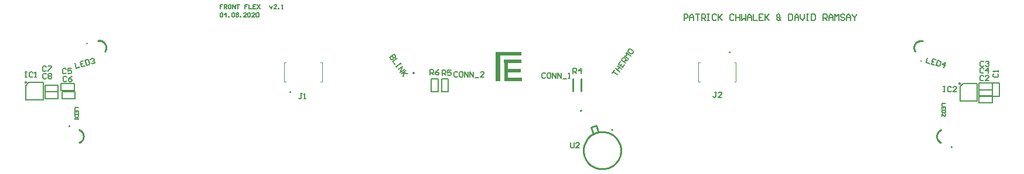
<source format=gto>
%FSTAX23Y23*%
%MOIN*%
%SFA1B1*%

%IPPOS*%
%ADD10C,0.007870*%
%ADD11C,0.010000*%
%ADD12C,0.003940*%
%ADD13C,0.006000*%
%ADD14C,0.008000*%
%ADD15R,0.097440X0.021290*%
%ADD16R,0.099030X0.023540*%
%ADD17R,0.101210X0.021200*%
%ADD18R,0.023890X0.123980*%
%ADD19R,0.149040X0.021200*%
%ADD20R,0.026390X0.166770*%
%LNfront_flex-1*%
%LPD*%
G36*
X-00034Y00685D02*
D01*
G37*
G54D10*
X-02752Y00678D02*
D01*
X-02752Y00678*
X-02752Y00678*
X-02752Y00679*
X-02752Y00679*
X-02752Y00679*
X-02752Y00679*
X-02752Y0068*
X-02752Y0068*
X-02753Y0068*
X-02753Y0068*
X-02753Y0068*
X-02753Y00681*
X-02753Y00681*
X-02754Y00681*
X-02754Y00681*
X-02754Y00681*
X-02754Y00681*
X-02755Y00682*
X-02755Y00682*
X-02755Y00682*
X-02755Y00682*
X-02756Y00682*
X-02756*
X-02756Y00682*
X-02756Y00682*
X-02757Y00682*
X-02757Y00682*
X-02757Y00681*
X-02758Y00681*
X-02758Y00681*
X-02758Y00681*
X-02758Y00681*
X-02758Y00681*
X-02759Y0068*
X-02759Y0068*
X-02759Y0068*
X-02759Y0068*
X-02759Y0068*
X-02759Y00679*
X-02759Y00679*
X-0276Y00679*
X-0276Y00679*
X-0276Y00678*
X-0276Y00678*
X-0276Y00678*
X-0276Y00677*
X-0276Y00677*
X-0276Y00677*
X-0276Y00677*
X-02759Y00676*
X-02759Y00676*
X-02759Y00676*
X-02759Y00676*
X-02759Y00675*
X-02759Y00675*
X-02759Y00675*
X-02758Y00675*
X-02758Y00675*
X-02758Y00674*
X-02758Y00674*
X-02758Y00674*
X-02757Y00674*
X-02757Y00674*
X-02757Y00674*
X-02756Y00674*
X-02756Y00674*
X-02756Y00674*
X-02756*
X-02755Y00674*
X-02755Y00674*
X-02755Y00674*
X-02755Y00674*
X-02754Y00674*
X-02754Y00674*
X-02754Y00674*
X-02754Y00674*
X-02753Y00675*
X-02753Y00675*
X-02753Y00675*
X-02753Y00675*
X-02753Y00675*
X-02752Y00676*
X-02752Y00676*
X-02752Y00676*
X-02752Y00676*
X-02752Y00677*
X-02752Y00677*
X-02752Y00677*
X-02752Y00677*
X-02752Y00678*
X02563Y00672D02*
D01*
X02563Y00673*
X02563Y00673*
X02563Y00673*
X02562Y00673*
X02562Y00674*
X02562Y00674*
X02562Y00674*
X02562Y00674*
X02562Y00675*
X02562Y00675*
X02562Y00675*
X02561Y00675*
X02561Y00675*
X02561Y00676*
X02561Y00676*
X0256Y00676*
X0256Y00676*
X0256Y00676*
X0256Y00676*
X02559Y00676*
X02559Y00676*
X02559Y00676*
X02559*
X02558Y00676*
X02558Y00676*
X02558Y00676*
X02557Y00676*
X02557Y00676*
X02557Y00676*
X02557Y00676*
X02556Y00676*
X02556Y00675*
X02556Y00675*
X02556Y00675*
X02556Y00675*
X02555Y00675*
X02555Y00674*
X02555Y00674*
X02555Y00674*
X02555Y00674*
X02555Y00673*
X02555Y00673*
X02555Y00673*
X02555Y00673*
X02555Y00672*
X02555Y00672*
X02555Y00672*
X02555Y00671*
X02555Y00671*
X02555Y00671*
X02555Y00671*
X02555Y0067*
X02555Y0067*
X02555Y0067*
X02556Y0067*
X02556Y0067*
X02556Y00669*
X02556Y00669*
X02556Y00669*
X02557Y00669*
X02557Y00669*
X02557Y00669*
X02557Y00668*
X02558Y00668*
X02558Y00668*
X02558Y00668*
X02559Y00668*
X02559*
X02559Y00668*
X02559Y00668*
X0256Y00668*
X0256Y00668*
X0256Y00669*
X0256Y00669*
X02561Y00669*
X02561Y00669*
X02561Y00669*
X02561Y00669*
X02562Y0067*
X02562Y0067*
X02562Y0067*
X02562Y0067*
X02562Y0067*
X02562Y00671*
X02562Y00671*
X02562Y00671*
X02563Y00671*
X02563Y00672*
X02563Y00672*
X02563Y00672*
X01252Y00852D02*
D01*
X01252Y00852*
X01252Y00852*
X01252Y00852*
X01252Y00852*
X01252Y00852*
X01252Y00852*
X01252Y00853*
X01252Y00853*
X01252Y00853*
X01252Y00853*
X01252Y00853*
X01252Y00853*
X01252Y00853*
X01251Y00853*
X01251Y00853*
X01251Y00853*
X01251Y00853*
X01251Y00854*
X01251Y00854*
X01251Y00854*
X01251Y00854*
X0125Y00854*
X0125*
X0125Y00854*
X0125Y00854*
X0125Y00854*
X0125Y00854*
X0125Y00853*
X0125Y00853*
X01249Y00853*
X01249Y00853*
X01249Y00853*
X01249Y00853*
X01249Y00853*
X01249Y00853*
X01249Y00853*
X01249Y00853*
X01249Y00853*
X01249Y00852*
X01249Y00852*
X01248Y00852*
X01248Y00852*
X01248Y00852*
X01248Y00852*
X01248Y00852*
D01*
X01248Y00851*
X01248Y00851*
X01248Y00851*
X01248Y00851*
X01249Y00851*
X01249Y00851*
X01249Y00851*
X01249Y00851*
X01249Y0085*
X01249Y0085*
X01249Y0085*
X01249Y0085*
X01249Y0085*
X01249Y0085*
X01249Y0085*
X0125Y0085*
X0125Y0085*
X0125Y0085*
X0125Y0085*
X0125Y0085*
X0125Y0085*
X0125Y0085*
X0125*
X01251Y0085*
X01251Y0085*
X01251Y0085*
X01251Y0085*
X01251Y0085*
X01251Y0085*
X01251Y0085*
X01251Y0085*
X01252Y0085*
X01252Y0085*
X01252Y0085*
X01252Y0085*
X01252Y0085*
X01252Y00851*
X01252Y00851*
X01252Y00851*
X01252Y00851*
X01252Y00851*
X01252Y00851*
X01252Y00851*
X01252Y00851*
X01252Y00852*
D01*
X01252Y00852*
X01252Y00852*
X01252Y00852*
X01252Y00852*
X01252Y00852*
X01252Y00852*
X01252Y00853*
X01252Y00853*
X01252Y00853*
X01252Y00853*
X01252Y00853*
X01252Y00853*
X01252Y00853*
X01251Y00853*
X01251Y00853*
X01251Y00853*
X01251Y00853*
X01251Y00854*
X01251Y00854*
X01251Y00854*
X01251Y00854*
X0125Y00854*
X0125*
X0125Y00854*
X0125Y00854*
X0125Y00854*
X0125Y00854*
X0125Y00853*
X0125Y00853*
X01249Y00853*
X01249Y00853*
X01249Y00853*
X01249Y00853*
X01249Y00853*
X01249Y00853*
X01249Y00853*
X01249Y00853*
X01249Y00853*
X01249Y00852*
X01249Y00852*
X01248Y00852*
X01248Y00852*
X01248Y00852*
X01248Y00852*
X01248Y00852*
X-01252Y00623D02*
D01*
X-01252Y00623*
X-01252Y00623*
X-01252Y00623*
X-01252Y00623*
X-01252Y00623*
X-01252Y00622*
X-01252Y00622*
X-01252Y00622*
X-01252Y00622*
X-01252Y00622*
X-01252Y00622*
X-01252Y00622*
X-01252Y00622*
X-01251Y00622*
X-01251Y00622*
X-01251Y00622*
X-01251Y00621*
X-01251Y00621*
X-01251Y00621*
X-01251Y00621*
X-01251Y00621*
X-0125Y00621*
X-0125*
X-0125Y00621*
X-0125Y00621*
X-0125Y00621*
X-0125Y00621*
X-0125Y00621*
X-0125Y00622*
X-01249Y00622*
X-01249Y00622*
X-01249Y00622*
X-01249Y00622*
X-01249Y00622*
X-01249Y00622*
X-01249Y00622*
X-01249Y00622*
X-01249Y00622*
X-01249Y00622*
X-01249Y00623*
X-01248Y00623*
X-01248Y00623*
X-01248Y00623*
X-01248Y00623*
X-01248Y00623*
D01*
X-01248Y00623*
X-01248Y00624*
X-01248Y00624*
X-01248Y00624*
X-01249Y00624*
X-01249Y00624*
X-01249Y00624*
X-01249Y00624*
X-01249Y00624*
X-01249Y00625*
X-01249Y00625*
X-01249Y00625*
X-01249Y00625*
X-01249Y00625*
X-01249Y00625*
X-0125Y00625*
X-0125Y00625*
X-0125Y00625*
X-0125Y00625*
X-0125Y00625*
X-0125Y00625*
X-0125Y00625*
X-0125*
X-01251Y00625*
X-01251Y00625*
X-01251Y00625*
X-01251Y00625*
X-01251Y00625*
X-01251Y00625*
X-01251Y00625*
X-01251Y00625*
X-01252Y00625*
X-01252Y00625*
X-01252Y00625*
X-01252Y00625*
X-01252Y00624*
X-01252Y00624*
X-01252Y00624*
X-01252Y00624*
X-01252Y00624*
X-01252Y00624*
X-01252Y00624*
X-01252Y00624*
X-01252Y00623*
X-01252Y00623*
D01*
X-01252Y00623*
X-01252Y00623*
X-01252Y00623*
X-01252Y00623*
X-01252Y00623*
X-01252Y00622*
X-01252Y00622*
X-01252Y00622*
X-01252Y00622*
X-01252Y00622*
X-01252Y00622*
X-01252Y00622*
X-01252Y00622*
X-01251Y00622*
X-01251Y00622*
X-01251Y00622*
X-01251Y00621*
X-01251Y00621*
X-01251Y00621*
X-01251Y00621*
X-01251Y00621*
X-0125Y00621*
X-0125*
X-0125Y00621*
X-0125Y00621*
X-0125Y00621*
X-0125Y00621*
X-0125Y00621*
X-0125Y00622*
X-01249Y00622*
X-01249Y00622*
X-01249Y00622*
X-01249Y00622*
X-01249Y00622*
X-01249Y00622*
X-01249Y00622*
X-01249Y00622*
X-01249Y00622*
X-01249Y00622*
X-01249Y00623*
X-01248Y00623*
X-01248Y00623*
X-01248Y00623*
X-01248Y00623*
X-01248Y00623*
X-02738Y00678D02*
X-02657D01*
Y00579D02*
Y00678D01*
X-02756Y00579D02*
X-02657D01*
X-02756D02*
Y0066D01*
X-02738Y00678*
X02577Y00672D02*
X02658D01*
Y00573D02*
Y00672D01*
X02559Y00573D02*
X02658D01*
X02559D02*
Y00654D01*
X02577Y00672*
X-01635Y01123D02*
X-01651D01*
Y01111*
X-01643*
X-01651*
Y01099*
X-01627D02*
Y01123D01*
X-01616*
X-01612Y01119*
Y01111*
X-01616Y01107*
X-01627*
X-01619D02*
X-01612Y01099D01*
X-01592Y01123D02*
X-016D01*
X-01604Y01119*
Y01103*
X-016Y01099*
X-01592*
X-01588Y01103*
Y01119*
X-01592Y01123*
X-0158Y01099D02*
Y01123D01*
X-01564Y01099*
Y01123*
X-01556D02*
X-01541D01*
X-01549*
Y01099*
X-01493Y01123D02*
X-01509D01*
Y01111*
X-01501*
X-01509*
Y01099*
X-01486Y01123D02*
Y01099D01*
X-0147*
X-01446Y01123D02*
X-01462D01*
Y01099*
X-01446*
X-01462Y01111D02*
X-01454D01*
X-01438Y01123D02*
X-01423Y01099D01*
Y01123D02*
X-01438Y01099D01*
X-01368Y01115D02*
X-0136Y01099D01*
X-01352Y01115*
X-01328Y01099D02*
X-01344D01*
X-01328Y01115*
Y01119*
X-01332Y01123*
X-0134*
X-01344Y01119*
X-0132Y01099D02*
Y01103D01*
X-01316*
Y01099*
X-0132*
X-01301D02*
X-01293D01*
X-01297*
Y01123*
X-01301Y01119*
X-01651Y01072D02*
X-01647Y01076D01*
X-01639*
X-01635Y01072*
Y01056*
X-01639Y01052*
X-01647*
X-01651Y01056*
Y01072*
X-01616Y01052D02*
Y01076D01*
X-01627Y01064*
X-01612*
X-01604Y01052D02*
Y01056D01*
X-016*
Y01052*
X-01604*
X-01584Y01072D02*
X-0158Y01076D01*
X-01572*
X-01568Y01072*
Y01056*
X-01572Y01052*
X-0158*
X-01584Y01056*
Y01072*
X-0156D02*
X-01556Y01076D01*
X-01549*
X-01545Y01072*
Y01068*
X-01549Y01064*
X-01545Y0106*
Y01056*
X-01549Y01052*
X-01556*
X-0156Y01056*
Y0106*
X-01556Y01064*
X-0156Y01068*
Y01072*
X-01556Y01064D02*
X-01549D01*
X-01537Y01052D02*
Y01056D01*
X-01533*
Y01052*
X-01537*
X-01501D02*
X-01517D01*
X-01501Y01068*
Y01072*
X-01505Y01076*
X-01513*
X-01517Y01072*
X-01493D02*
X-0149Y01076D01*
X-01482*
X-01478Y01072*
Y01056*
X-01482Y01052*
X-0149*
X-01493Y01056*
Y01072*
X-01454Y01052D02*
X-0147D01*
X-01454Y01068*
Y01072*
X-01458Y01076*
X-01466*
X-0147Y01072*
X-01446D02*
X-01442Y01076D01*
X-01434*
X-01431Y01072*
Y01056*
X-01434Y01052*
X-01442*
X-01446Y01056*
Y01072*
X00989Y01033D02*
Y01067D01*
X01005*
X01011Y01061*
Y0105*
X01005Y01044*
X00989*
X01022Y01033D02*
Y01056D01*
X01033Y01067*
X01044Y01056*
Y01033*
Y0105*
X01022*
X01055Y01067D02*
X01078D01*
X01067*
Y01033*
X01089D02*
Y01067D01*
X01106*
X01111Y01061*
Y0105*
X01106Y01044*
X01089*
X011D02*
X01111Y01033D01*
X01122Y01067D02*
X01134D01*
X01128*
Y01033*
X01122*
X01134*
X01173Y01061D02*
X01167Y01067D01*
X01156*
X0115Y01061*
Y01039*
X01156Y01033*
X01167*
X01173Y01039*
X01184Y01067D02*
Y01033D01*
Y01044*
X01206Y01067*
X01189Y0105*
X01206Y01033*
X01273Y01061D02*
X01267Y01067D01*
X01256*
X01251Y01061*
Y01039*
X01256Y01033*
X01267*
X01273Y01039*
X01284Y01067D02*
Y01033D01*
Y0105*
X01306*
Y01067*
Y01033*
X01318Y01067D02*
Y01033D01*
X01329Y01044*
X0134Y01033*
Y01067*
X01351Y01033D02*
Y01056D01*
X01362Y01067*
X01373Y01056*
Y01033*
Y0105*
X01351*
X01384Y01067D02*
Y01033D01*
X01407*
X0144Y01067D02*
X01418D01*
Y01033*
X0144*
X01418Y0105D02*
X01429D01*
X01451Y01067D02*
Y01033D01*
Y01044*
X01474Y01067*
X01457Y0105*
X01474Y01033*
X01541D02*
X01535Y01039D01*
X01529Y01033*
X01524*
X01518Y01039*
Y01044*
X01524Y0105*
X01518Y01056*
Y01061*
X01524Y01067*
X01529*
X01535Y01061*
Y01056*
X01529Y0105*
X01535Y01044*
Y01039*
X01541Y0105D02*
X01535Y01044D01*
X01524Y0105D02*
X01529D01*
X01585Y01067D02*
Y01033D01*
X01602*
X01607Y01039*
Y01061*
X01602Y01067*
X01585*
X01619Y01033D02*
Y01056D01*
X0163Y01067*
X01641Y01056*
Y01033*
Y0105*
X01619*
X01652Y01067D02*
Y01044D01*
X01663Y01033*
X01674Y01044*
Y01067*
X01686D02*
X01697D01*
X01691*
Y01033*
X01686*
X01697*
X01713Y01067D02*
Y01033D01*
X0173*
X01736Y01039*
Y01061*
X0173Y01067*
X01713*
X0178Y01033D02*
Y01067D01*
X01797*
X01803Y01061*
Y0105*
X01797Y01044*
X0178*
X01791D02*
X01803Y01033D01*
X01814D02*
Y01056D01*
X01825Y01067*
X01836Y01056*
Y01033*
Y0105*
X01814*
X01847Y01033D02*
Y01067D01*
X01858Y01056*
X0187Y01067*
Y01033*
X01903Y01061D02*
X01897Y01067D01*
X01886*
X01881Y01061*
Y01056*
X01886Y0105*
X01897*
X01903Y01044*
Y01039*
X01897Y01033*
X01886*
X01881Y01039*
X01914Y01033D02*
Y01056D01*
X01925Y01067*
X01936Y01056*
Y01033*
Y0105*
X01914*
X01948Y01067D02*
Y01061D01*
X01959Y0105*
X0197Y01061*
Y01067*
X01959Y0105D02*
Y01033D01*
G54D11*
X-02509Y00431D02*
D01*
X-02509Y00431*
X-02509Y00431*
X-02509Y00431*
X-02509Y00431*
X-02509Y00431*
X-02509Y00431*
X-02509Y00431*
X-02509Y00431*
X-02509Y00431*
X-02509Y00431*
X-02509Y00431*
X-02509Y00431*
X-02509Y00431*
X-02509Y00431*
X-02509Y00431*
X-02509Y00431*
X-02509Y00431*
X-02509Y00431*
X-02509Y00431*
X-02509Y00431*
X-02509Y00431*
X-02509Y00431*
X-02509*
X-02509Y00431*
X-02509Y00431*
X-02509Y00431*
X-02509Y00431*
X-02509Y00431*
X-02509Y00431*
X-02509Y00431*
X-02509Y00431*
X-02509Y00431*
X-02509Y00431*
X-02509Y00431*
X-02509Y00431*
X-02509Y00431*
X-0251Y00431*
X-0251Y00431*
X-0251Y00431*
X-0251Y00431*
X-0251Y00431*
X-0251Y00431*
X-0251Y00431*
X-0251Y00431*
X-0251Y00431*
X-0251Y00431*
X-0251Y00431*
X-0251Y00431*
X-0251Y00431*
X-0251Y00431*
X-0251Y00431*
X-0251Y00431*
X-0251Y00431*
X-02509Y00431*
X-02509Y0043*
X-02509Y0043*
X-02509Y0043*
X-02509Y0043*
X-02509Y0043*
X-02509Y0043*
X-02509Y0043*
X-02509Y0043*
X-02509Y0043*
X-02509Y0043*
X-02509Y0043*
X-02509Y0043*
X-02509Y0043*
X-02509*
X-02509Y0043*
X-02509Y0043*
X-02509Y0043*
X-02509Y0043*
X-02509Y0043*
X-02509Y0043*
X-02509Y0043*
X-02509Y0043*
X-02509Y0043*
X-02509Y0043*
X-02509Y0043*
X-02509Y0043*
X-02509Y00431*
X-02509Y00431*
X-02509Y00431*
X-02509Y00431*
X-02509Y00431*
X-02509Y00431*
X-02509Y00431*
X-02509Y00431*
X-02509Y00431*
X-02509Y00431*
X-02452Y00334D02*
D01*
X-02449Y00335*
X-02447Y00337*
X-02444Y00338*
X-02442Y0034*
X-0244Y00342*
X-02438Y00344*
X-02436Y00346*
X-02435Y00348*
X-02433Y0035*
X-02432Y00352*
X-02431Y00355*
X-0243Y00357*
X-02429Y0036*
X-02428Y00363*
X-02428Y00365*
X-02427Y00368*
X-02427Y00371*
X-02428Y00374*
X-02428Y00376*
X-02428Y00379*
X-02429Y00382*
X-0243Y00384*
X-02431Y00387*
X-02432Y00389*
X-02434Y00392*
X-02435Y00394*
X-02437Y00396*
X-02439Y00398*
X-02441Y004*
X-02443Y00402*
X-02445Y00403*
X-02447Y00405*
X-0245Y00406*
X-02452Y00407*
X-02305Y00856D02*
D01*
X-02304Y00859*
X-02303Y00861*
X-02302Y00864*
X-02301Y00866*
X-023Y00869*
X-023Y00872*
X-02299Y00875*
X-02299Y00877*
X-02299Y0088*
X-023Y00883*
X-023Y00886*
X-02301Y00888*
X-02302Y00891*
X-02303Y00893*
X-02304Y00896*
X-02305Y00898*
X-02307Y009*
X-02308Y00903*
X-0231Y00905*
X-02312Y00907*
X-02314Y00908*
X-02317Y0091*
X-02319Y00911*
X-02321Y00913*
X-02324Y00914*
X-02326Y00915*
X-02329Y00915*
X-02332Y00916*
X-02334Y00916*
X-02337Y00917*
X-0234Y00917*
X-02343Y00916*
X-02345Y00916*
X-02347Y00916*
X-02408Y00902D02*
D01*
X-02408Y00902*
X-02408Y00902*
X-02408Y00902*
X-02408Y00902*
X-02408Y00902*
X-02408Y00902*
X-02408Y00902*
X-02408Y00902*
X-02408Y00902*
X-02408Y00902*
X-02408Y00902*
X-02408Y00902*
X-02408Y00902*
X-02408Y00902*
X-02408Y00902*
X-02408Y00902*
X-02408Y00902*
X-02408Y00902*
X-02408Y00902*
X-02408Y00902*
X-02408Y00902*
X-02408Y00902*
X-02408*
X-02408Y00902*
X-02408Y00902*
X-02408Y00902*
X-02408Y00902*
X-02408Y00902*
X-02408Y00902*
X-02408Y00902*
X-02408Y00902*
X-02408Y00902*
X-02408Y00902*
X-02408Y00902*
X-02408Y00902*
X-02408Y00902*
X-02408Y00902*
X-02408Y00902*
X-02408Y00902*
X-02408Y00902*
X-02408Y00902*
X-02408Y00902*
X-02408Y00902*
X-02408Y00902*
X-02408Y00902*
X-02408Y00902*
X-02408Y00902*
X-02408Y00902*
X-02408Y00902*
X-02408Y00902*
X-02408Y00901*
X-02408Y00901*
X-02408Y00901*
X-02408Y00901*
X-02408Y00901*
X-02408Y00901*
X-02408Y00901*
X-02408Y00901*
X-02408Y00901*
X-02408Y00901*
X-02408Y00901*
X-02408Y00901*
X-02408Y00901*
X-02408Y00901*
X-02408Y00901*
X-02408Y00901*
X-02408Y00901*
X-02408*
X-02408Y00901*
X-02408Y00901*
X-02408Y00901*
X-02408Y00901*
X-02408Y00901*
X-02408Y00901*
X-02408Y00901*
X-02408Y00901*
X-02408Y00901*
X-02408Y00901*
X-02408Y00901*
X-02408Y00901*
X-02408Y00901*
X-02408Y00901*
X-02408Y00901*
X-02408Y00901*
X-02408Y00902*
X-02408Y00902*
X-02408Y00902*
X-02408Y00902*
X-02408Y00902*
X-02408Y00902*
X0251Y0031D02*
D01*
X0251Y0031*
X0251Y0031*
X0251Y0031*
X0251Y0031*
X0251Y0031*
X0251Y00311*
X0251Y00311*
X0251Y00311*
X0251Y00311*
X02509Y00311*
X02509Y00311*
X02509Y00311*
X02509Y00311*
X02509Y00311*
X02509Y00311*
X02509Y00311*
X02509Y00311*
X02509Y00311*
X02509Y00311*
X02509Y00311*
X02509Y00311*
X02509Y00311*
X02509*
X02509Y00311*
X02509Y00311*
X02509Y00311*
X02509Y00311*
X02509Y00311*
X02509Y00311*
X02509Y00311*
X02509Y00311*
X02509Y00311*
X02509Y00311*
X02509Y00311*
X02509Y00311*
X02509Y00311*
X02509Y00311*
X02509Y00311*
X02509Y00311*
X02509Y0031*
X02509Y0031*
X02509Y0031*
X02509Y0031*
X02509Y0031*
X02509Y0031*
X02509Y0031*
X02509Y0031*
X02509Y0031*
X02509Y0031*
X02509Y0031*
X02509Y0031*
X02509Y0031*
X02509Y0031*
X02509Y0031*
X02509Y0031*
X02509Y0031*
X02509Y0031*
X02509Y0031*
X02509Y0031*
X02509Y0031*
X02509Y0031*
X02509Y0031*
X02509Y0031*
X02509Y0031*
X02509Y0031*
X02509Y0031*
X02509Y0031*
X02509*
X02509Y0031*
X02509Y0031*
X02509Y0031*
X02509Y0031*
X02509Y0031*
X02509Y0031*
X02509Y0031*
X02509Y0031*
X02509Y0031*
X02509Y0031*
X02509Y0031*
X02509Y0031*
X0251Y0031*
X0251Y0031*
X0251Y0031*
X0251Y0031*
X0251Y0031*
X0251Y0031*
X0251Y0031*
X0251Y0031*
X0251Y0031*
X0251Y0031*
X02452Y00407D02*
D01*
X02449Y00406*
X02447Y00404*
X02444Y00403*
X02442Y00401*
X0244Y004*
X02438Y00398*
X02436Y00396*
X02435Y00393*
X02433Y00391*
X02432Y00389*
X02431Y00386*
X0243Y00384*
X02429Y00381*
X02428Y00378*
X02428Y00376*
X02427Y00373*
X02427Y0037*
X02428Y00367*
X02428Y00365*
X02428Y00362*
X02429Y00359*
X0243Y00357*
X02431Y00354*
X02432Y00352*
X02434Y00349*
X02435Y00347*
X02437Y00345*
X02439Y00343*
X02441Y00341*
X02443Y00339*
X02445Y00338*
X02447Y00336*
X0245Y00335*
X02452Y00334*
X02346Y00915D02*
D01*
X02343Y00915*
X0234Y00915*
X02338Y00916*
X02335Y00916*
X02332Y00915*
X02329Y00915*
X02327Y00914*
X02324Y00913*
X02322Y00912*
X02319Y00911*
X02317Y0091*
X02314Y00908*
X02312Y00907*
X0231Y00905*
X02308Y00903*
X02306Y00901*
X02305Y00899*
X02303Y00896*
X02302Y00894*
X02301Y00892*
X023Y00889*
X02299Y00886*
X02298Y00884*
X02298Y00881*
X02298Y00878*
X02298Y00876*
X02298Y00873*
X02298Y0087*
X02299Y00867*
X02299Y00865*
X023Y00862*
X02301Y0086*
X02303Y00857*
X02304Y00855*
X02337Y00803D02*
D01*
X02337Y00803*
X02337Y00803*
X02337Y00803*
X02337Y00803*
X02337Y00803*
X02337Y00803*
X02337Y00803*
X02337Y00803*
X02337Y00803*
X02337Y00803*
X02337Y00803*
X02337Y00803*
X02337Y00803*
X02337Y00803*
X02337Y00803*
X02337Y00803*
X02337Y00803*
X02337Y00803*
X02337Y00803*
X02337Y00803*
X02337Y00803*
X02337Y00803*
X02337*
X02337Y00803*
X02337Y00803*
X02336Y00803*
X02336Y00803*
X02336Y00803*
X02336Y00803*
X02336Y00803*
X02336Y00803*
X02336Y00803*
X02336Y00803*
X02336Y00803*
X02336Y00803*
X02336Y00803*
X02336Y00803*
X02336Y00803*
X02336Y00803*
X02336Y00803*
X02336Y00803*
X02336Y00803*
X02336Y00803*
X02336Y00803*
X02336Y00803*
X02336Y00803*
X02336Y00803*
X02336Y00803*
X02336Y00802*
X02336Y00802*
X02336Y00802*
X02336Y00802*
X02336Y00802*
X02336Y00802*
X02336Y00802*
X02336Y00802*
X02336Y00802*
X02336Y00802*
X02336Y00802*
X02336Y00802*
X02336Y00802*
X02336Y00802*
X02336Y00802*
X02336Y00802*
X02337Y00802*
X02337Y00802*
X02337Y00802*
X02337*
X02337Y00802*
X02337Y00802*
X02337Y00802*
X02337Y00802*
X02337Y00802*
X02337Y00802*
X02337Y00802*
X02337Y00802*
X02337Y00802*
X02337Y00802*
X02337Y00802*
X02337Y00802*
X02337Y00802*
X02337Y00802*
X02337Y00802*
X02337Y00802*
X02337Y00802*
X02337Y00802*
X02337Y00803*
X02337Y00803*
X02337Y00803*
X02337Y00803*
X0058Y00408D02*
D01*
X0058Y00408*
X0058Y00409*
X0058Y00409*
X0058Y00409*
X0058Y00409*
X0058Y00409*
X0058Y00409*
X0058Y00409*
X0058Y00409*
X0058Y00409*
X00579Y00409*
X00579Y00409*
X00579Y00409*
X00579Y00409*
X00579Y00409*
X00579Y0041*
X00579Y0041*
X00579Y0041*
X00579Y0041*
X00579Y0041*
X00579Y0041*
X00579Y0041*
X00579*
X00578Y0041*
X00578Y0041*
X00578Y0041*
X00578Y0041*
X00578Y0041*
X00578Y0041*
X00578Y00409*
X00578Y00409*
X00578Y00409*
X00578Y00409*
X00578Y00409*
X00578Y00409*
X00578Y00409*
X00577Y00409*
X00577Y00409*
X00577Y00409*
X00577Y00409*
X00577Y00409*
X00577Y00409*
X00577Y00409*
X00577Y00408*
X00577Y00408*
X00577Y00408*
X00577Y00408*
X00577Y00408*
X00577Y00408*
X00577Y00408*
X00577Y00408*
X00577Y00408*
X00577Y00408*
X00578Y00408*
X00578Y00408*
X00578Y00407*
X00578Y00407*
X00578Y00407*
X00578Y00407*
X00578Y00407*
X00578Y00407*
X00578Y00407*
X00578Y00407*
X00578Y00407*
X00578Y00407*
X00578Y00407*
X00579Y00407*
X00579*
X00579Y00407*
X00579Y00407*
X00579Y00407*
X00579Y00407*
X00579Y00407*
X00579Y00407*
X00579Y00407*
X00579Y00407*
X00579Y00407*
X00579Y00407*
X00579Y00407*
X0058Y00408*
X0058Y00408*
X0058Y00408*
X0058Y00408*
X0058Y00408*
X0058Y00408*
X0058Y00408*
X0058Y00408*
X0058Y00408*
X0058Y00408*
X0058Y00408*
X0063Y0029D02*
D01*
X0063Y00297*
X00629Y00305*
X00627Y00312*
X00626Y00319*
X00623Y00326*
X00621Y00333*
X00617Y0034*
X00614Y00346*
X0061Y00352*
X00605Y00358*
X006Y00364*
X00595Y00369*
X00589Y00374*
X00583Y00378*
X00577Y00382*
X0057Y00385*
X00563Y00388*
X00556Y00391*
X00549Y00393*
X00542Y00395*
X00535Y00396*
X00527Y00396*
X0052*
X00512Y00396*
X00505Y00395*
X00498Y00393*
X00491Y00391*
X00484Y00388*
X00477Y00385*
X0047Y00382*
X00464Y00378*
X00458Y00374*
X00452Y00369*
X00447Y00364*
X00442Y00358*
X00438Y00352*
X00433Y00346*
X0043Y0034*
X00426Y00333*
X00424Y00326*
X00421Y00319*
X0042Y00312*
X00418Y00305*
X00417Y00297*
X00417Y0029*
X00417Y00282*
X00418Y00275*
X0042Y00268*
X00421Y00261*
X00424Y00253*
X00426Y00247*
X0043Y0024*
X00433Y00233*
X00438Y00227*
X00442Y00221*
X00447Y00216*
X00452Y00211*
X00458Y00206*
X00464Y00202*
X0047Y00198*
X00477Y00194*
X00484Y00191*
X00491Y00189*
X00498Y00187*
X00505Y00185*
X00512Y00184*
X0052Y00184*
X00527*
X00535Y00184*
X00542Y00185*
X00549Y00187*
X00556Y00189*
X00563Y00191*
X0057Y00194*
X00577Y00198*
X00583Y00202*
X00589Y00206*
X00595Y00211*
X006Y00216*
X00605Y00221*
X0061Y00227*
X00614Y00233*
X00617Y0024*
X00621Y00247*
X00623Y00253*
X00626Y00261*
X00627Y00268*
X00629Y00275*
X0063Y00282*
X0063Y0029*
X00403Y00518D02*
D01*
X00403Y00519*
X00403Y00519*
X00403Y00519*
X00403Y00519*
X00403Y00519*
X00403Y00519*
X00403Y00519*
X00403Y00519*
X00403Y0052*
X00402Y0052*
X00402Y0052*
X00402Y0052*
X00402Y0052*
X00402Y0052*
X00402Y0052*
X00402Y0052*
X00402Y0052*
X00402Y0052*
X00401Y0052*
X00401Y0052*
X00401Y0052*
X00401Y0052*
X00401*
X00401Y0052*
X00401Y0052*
X004Y0052*
X004Y0052*
X004Y0052*
X004Y0052*
X004Y0052*
X004Y0052*
X004Y0052*
X004Y0052*
X00399Y0052*
X00399Y0052*
X00399Y0052*
X00399Y00519*
X00399Y00519*
X00399Y00519*
X00399Y00519*
X00399Y00519*
X00399Y00519*
X00399Y00519*
X00399Y00519*
X00399Y00518*
X00399Y00518*
X00399Y00518*
X00399Y00518*
X00399Y00518*
X00399Y00518*
X00399Y00518*
X00399Y00517*
X00399Y00517*
X00399Y00517*
X00399Y00517*
X00399Y00517*
X004Y00517*
X004Y00517*
X004Y00517*
X004Y00517*
X004Y00517*
X004Y00517*
X004Y00517*
X004Y00516*
X00401Y00516*
X00401Y00516*
X00401Y00516*
X00401*
X00401Y00516*
X00401Y00516*
X00401Y00516*
X00402Y00517*
X00402Y00517*
X00402Y00517*
X00402Y00517*
X00402Y00517*
X00402Y00517*
X00402Y00517*
X00402Y00517*
X00402Y00517*
X00403Y00517*
X00403Y00517*
X00403Y00517*
X00403Y00518*
X00403Y00518*
X00403Y00518*
X00403Y00518*
X00403Y00518*
X00403Y00518*
X00403Y00518*
X-0055Y00734D02*
D01*
X-0055Y00735*
X-0055Y00735*
X-0055Y00735*
X-0055Y00735*
X-0055Y00735*
X-0055Y00735*
X-0055Y00735*
X-00551Y00736*
X-00551Y00736*
X-00551Y00736*
X-00551Y00736*
X-00551Y00736*
X-00551Y00736*
X-00551Y00736*
X-00551Y00736*
X-00551Y00736*
X-00551Y00736*
X-00552Y00736*
X-00552Y00736*
X-00552Y00736*
X-00552Y00736*
X-00552Y00736*
X-00552*
X-00552Y00736*
X-00553Y00736*
X-00553Y00736*
X-00553Y00736*
X-00553Y00736*
X-00553Y00736*
X-00553Y00736*
X-00553Y00736*
X-00553Y00736*
X-00554Y00736*
X-00554Y00736*
X-00554Y00736*
X-00554Y00736*
X-00554Y00736*
X-00554Y00735*
X-00554Y00735*
X-00554Y00735*
X-00554Y00735*
X-00554Y00735*
X-00554Y00735*
X-00554Y00735*
X-00554Y00734*
X-00554Y00734*
X-00554Y00734*
X-00554Y00734*
X-00554Y00734*
X-00554Y00734*
X-00554Y00734*
X-00554Y00734*
X-00554Y00733*
X-00554Y00733*
X-00554Y00733*
X-00554Y00733*
X-00554Y00733*
X-00553Y00733*
X-00553Y00733*
X-00553Y00733*
X-00553Y00733*
X-00553Y00733*
X-00553Y00733*
X-00553Y00733*
X-00553Y00733*
X-00552Y00733*
X-00552Y00733*
X-00552*
X-00552Y00733*
X-00552Y00733*
X-00552Y00733*
X-00552Y00733*
X-00551Y00733*
X-00551Y00733*
X-00551Y00733*
X-00551Y00733*
X-00551Y00733*
X-00551Y00733*
X-00551Y00733*
X-00551Y00733*
X-00551Y00733*
X-00551Y00733*
X-0055Y00734*
X-0055Y00734*
X-0055Y00734*
X-0055Y00734*
X-0055Y00734*
X-0055Y00734*
X-0055Y00734*
X-0055Y00734*
X0049Y00433D02*
X00502Y00398D01*
X00459Y00422D02*
X0049Y00433D01*
X00459Y00422D02*
X00473Y00383D01*
X00357Y00628D02*
Y00699D01*
X00404Y00628D02*
Y00699D01*
G54D12*
X01276Y00682D02*
X01285D01*
X01276D02*
X01285D01*
X0107D02*
X01079D01*
X0107D02*
X01079D01*
X0107Y00793D02*
X01079D01*
X0107D02*
X01079D01*
X01276D02*
X01285D01*
X01276D02*
X01285D01*
X0107Y00682D02*
Y00793D01*
Y00682D02*
Y00793D01*
X01285Y00682D02*
Y00793D01*
Y00682D02*
Y00793D01*
X-01285D02*
X-01276D01*
X-01285D02*
X-01276D01*
X-01079D02*
X-0107D01*
X-01079D02*
X-0107D01*
X-01079Y00682D02*
X-0107D01*
X-01079D02*
X-0107D01*
X-01285D02*
X-01276D01*
X-01285D02*
X-01276D01*
X-0107D02*
Y00793D01*
Y00682D02*
Y00793D01*
X-01285Y00682D02*
Y00793D01*
Y00682D02*
Y00793D01*
G54D13*
X02743Y00561D02*
Y00601D01*
X02668D02*
X02743D01*
X02668Y00561D02*
Y00601D01*
Y00561D02*
X02743D01*
X02743Y00636D02*
Y00675D01*
X02668D02*
X02743D01*
X02668Y00636D02*
Y00675D01*
Y00636D02*
X02743D01*
X02743Y00597D02*
Y00636D01*
X02668D02*
X02743D01*
X02668Y00597D02*
Y00636D01*
Y00597D02*
X02743D01*
X02745Y006D02*
X02784D01*
Y00675*
X02745D02*
X02784D01*
X02745Y006D02*
Y00675D01*
X-02477Y00585D02*
Y00625D01*
X-02551D02*
X-02477D01*
X-02551Y00585D02*
Y00625D01*
Y00585D02*
X-02477D01*
X-02481Y00631D02*
Y00671D01*
X-02555D02*
X-02481D01*
X-02555Y00631D02*
Y00671D01*
Y00631D02*
X-02481D01*
X-02572Y00585D02*
Y00625D01*
X-02647D02*
X-02572D01*
X-02647Y00585D02*
Y00625D01*
Y00585D02*
X-02572D01*
X-02647Y00624D02*
Y00663D01*
Y00624D02*
X-02572D01*
Y00663*
X-02647D02*
X-02572D01*
X-00391Y007D02*
X-00352D01*
X-00391Y00625D02*
Y007D01*
Y00625D02*
X-00352D01*
Y007*
X-00448Y00625D02*
X-00408D01*
Y007*
X-00448D02*
X-00408D01*
X-00448Y00625D02*
Y007D01*
X02753Y00727D02*
X02748Y00722D01*
Y00712*
X02753Y00707*
X02773*
X02778Y00712*
Y00722*
X02773Y00727*
X02778Y00737D02*
Y00747D01*
Y00742*
X02748*
X02753Y00737*
X02695Y00756D02*
X0269Y00761D01*
X0268*
X02675Y00756*
Y00736*
X0268Y00731*
X0269*
X02695Y00736*
X0272Y00731D02*
Y00761D01*
X02705Y00746*
X02725*
X02695Y00713D02*
X0269Y00718D01*
X0268*
X02675Y00713*
Y00693*
X0268Y00688*
X0269*
X02695Y00693*
X02725Y00688D02*
X02705D01*
X02725Y00708*
Y00713*
X0272Y00718*
X0271*
X02705Y00713*
X02694Y00795D02*
X02689Y008D01*
X02679*
X02674Y00795*
Y00775*
X02679Y0077*
X02689*
X02694Y00775*
X02704Y00795D02*
X02709Y008D01*
X02719*
X02724Y00795*
Y0079*
X02719Y00785*
X02714*
X02719*
X02724Y0078*
Y00775*
X02719Y0077*
X02709*
X02704Y00775*
X-02524Y00707D02*
X-02529Y00712D01*
X-02539*
X-02544Y00707*
Y00687*
X-02539Y00682*
X-02529*
X-02524Y00687*
X-02494Y00712D02*
X-02504Y00707D01*
X-02514Y00697*
Y00687*
X-02509Y00682*
X-02499*
X-02494Y00687*
Y00692*
X-02499Y00697*
X-02514*
X-02638Y00724D02*
X-02643Y00729D01*
X-02653*
X-02658Y00724*
Y00704*
X-02653Y00699*
X-02643*
X-02638Y00704*
X-02628Y00724D02*
X-02623Y00729D01*
X-02613*
X-02608Y00724*
Y00719*
X-02613Y00714*
X-02608Y00709*
Y00704*
X-02613Y00699*
X-02623*
X-02628Y00704*
Y00709*
X-02623Y00714*
X-02628Y00719*
Y00724*
X-02623Y00714D02*
X-02613D01*
X-02641Y00766D02*
X-02646Y00771D01*
X-02656*
X-02661Y00766*
Y00746*
X-02656Y00741*
X-02646*
X-02641Y00746*
X-02631Y00771D02*
X-02611D01*
Y00766*
X-02631Y00746*
Y00741*
X-02527Y00752D02*
X-02532Y00757D01*
X-02542*
X-02547Y00752*
Y00732*
X-02542Y00727*
X-02532*
X-02527Y00732*
X-02497Y00757D02*
X-02517D01*
Y00742*
X-02507Y00747*
X-02502*
X-02497Y00742*
Y00732*
X-02502Y00727*
X-02512*
X-02517Y00732*
X00343Y00334D02*
Y00309D01*
X00348Y00304*
X00358*
X00363Y00309*
Y00334*
X00393Y00304D02*
X00373D01*
X00393Y00324*
Y00329*
X00388Y00334*
X00378*
X00373Y00329*
X02464Y00655D02*
X02474D01*
X02469*
Y00625*
X02464*
X02474*
X02509Y0065D02*
X02504Y00655D01*
X02494*
X02489Y0065*
Y0063*
X02494Y00625*
X02504*
X02509Y0063*
X02539Y00625D02*
X02519D01*
X02539Y00645*
Y0065*
X02534Y00655*
X02524*
X02519Y0065*
X-0276Y00737D02*
X-0275D01*
X-02755*
Y00707*
X-0276*
X-0275*
X-02715Y00732D02*
X-0272Y00737D01*
X-0273*
X-02735Y00732*
Y00712*
X-0273Y00707*
X-0272*
X-02715Y00712*
X-02705Y00707D02*
X-02695D01*
X-027*
Y00737*
X-02705Y00732*
X-00455Y00721D02*
Y00751D01*
X-0044*
X-00435Y00746*
Y00736*
X-0044Y00731*
X-00455*
X-00445D02*
X-00435Y00721D01*
X-00405Y00751D02*
X-00415Y00746D01*
X-00425Y00736*
Y00726*
X-0042Y00721*
X-0041*
X-00405Y00726*
Y00731*
X-0041Y00736*
X-00425*
X-00387Y00718D02*
Y00748D01*
X-00372*
X-00367Y00743*
Y00733*
X-00372Y00728*
X-00387*
X-00377D02*
X-00367Y00718D01*
X-00337Y00748D02*
X-00357D01*
Y00733*
X-00347Y00738*
X-00342*
X-00337Y00733*
Y00723*
X-00342Y00718*
X-00352*
X-00357Y00723*
X00358Y0073D02*
Y0076D01*
X00373*
X00378Y00755*
Y00745*
X00373Y0074*
X00358*
X00368D02*
X00378Y0073D01*
X00403D02*
Y0076D01*
X00388Y00745*
X00408*
X-00298Y00735D02*
X-00303Y0074D01*
X-00313*
X-00318Y00735*
Y00715*
X-00313Y0071*
X-00303*
X-00298Y00715*
X-00273Y0074D02*
X-00283D01*
X-00288Y00735*
Y00715*
X-00283Y0071*
X-00273*
X-00268Y00715*
Y00735*
X-00273Y0074*
X-00258Y0071D02*
Y0074D01*
X-00238Y0071*
Y0074*
X-00228Y0071D02*
Y0074D01*
X-00208Y0071*
Y0074*
X-00198Y00705D02*
X-00178D01*
X-00148Y0071D02*
X-00168D01*
X-00148Y0073*
Y00735*
X-00153Y0074*
X-00163*
X-00168Y00735*
X00202Y00727D02*
X00197Y00732D01*
X00187*
X00182Y00727*
Y00707*
X00187Y00702*
X00197*
X00202Y00707*
X00227Y00732D02*
X00217D01*
X00212Y00727*
Y00707*
X00217Y00702*
X00227*
X00232Y00707*
Y00727*
X00227Y00732*
X00242Y00702D02*
Y00732D01*
X00262Y00702*
Y00732*
X00272Y00702D02*
Y00732D01*
X00292Y00702*
Y00732*
X00302Y00697D02*
X00322D01*
X00332Y00702D02*
X00342D01*
X00337*
Y00732*
X00332Y00727*
X-01183Y00615D02*
X-01193D01*
X-01188*
Y0059*
X-01193Y00585*
X-01198*
X-01203Y0059*
X-01173Y00585D02*
X-01163D01*
X-01168*
Y00615*
X-01173Y0061*
X02375Y0082D02*
X02367Y00791D01*
X02387Y00786*
X02423Y00807D02*
X02404Y00812D01*
X02396Y00783*
X02415Y00778*
X024Y00798D02*
X0241Y00795D01*
X02433Y00804D02*
X02425Y00775D01*
X0244Y00771*
X02446Y00775*
X02451Y00794*
X02448Y008*
X02433Y00804*
X02468Y00763D02*
X02476Y00792D01*
X02458Y00782*
X02477Y00776*
X02476Y00559D02*
X02456D01*
Y00545*
X02476Y00525D02*
Y00539D01*
X02456*
Y00525*
X02466Y00539D02*
Y00532D01*
X02476Y00519D02*
X02456D01*
Y00509*
X0246Y00505*
X02473*
X02476Y00509*
Y00519*
X02456Y00485D02*
Y00499D01*
X0247Y00485*
X02473*
X02476Y00489*
Y00495*
X02473Y00499*
X-02476Y00787D02*
X-02468Y00759D01*
X-02449Y00764*
X-02428Y00801D02*
X-02447Y00795D01*
X-02439Y00767*
X-0242Y00772*
X-02443Y00781D02*
X-02434Y00784D01*
X-02418Y00804D02*
X-0241Y00775D01*
X-02396Y00779*
X-02392Y00785*
X-02398Y00804*
X-02404Y00808*
X-02418Y00804*
X-02388Y00807D02*
X-02385Y00813D01*
X-02375Y00816*
X-02369Y00812*
X-02367Y00807*
X-02371Y00801*
X-02376Y008*
X-02371Y00801*
X-02365Y00798*
X-02363Y00793*
X-02367Y00787*
X-02377Y00784*
X-02383Y00787*
X-02455Y00534D02*
X-02475D01*
Y0052*
X-02455Y005D02*
Y00514D01*
X-02475*
Y005*
X-02465Y00514D02*
Y00507D01*
X-02455Y00494D02*
X-02475D01*
Y00484*
X-02472Y0048*
X-02459*
X-02455Y00484*
Y00494*
X-02475Y00474D02*
Y00467D01*
Y0047*
X-02455*
X-02459Y00474*
X01175Y00622D02*
X01165D01*
X0117*
Y00597*
X01165Y00592*
X0116*
X01155Y00597*
X01205Y00592D02*
X01185D01*
X01205Y00612*
Y00617*
X012Y00622*
X0119*
X01185Y00617*
G54D14*
X-0066Y00839D02*
X-00685Y00822D01*
X-00676Y00809*
X-00669Y00808*
X-00665Y00811*
X-00664Y00818*
X-00673Y0083*
X-00664Y00818*
X-00657Y00817*
X-00653Y0082*
X-00652Y00827*
X-0066Y00839*
X-00643Y00814D02*
X-00668Y00797D01*
X-00656Y00781*
X-00626Y0079D02*
X-0062Y00782D01*
X-00623Y00786*
X-00648Y00768*
X-00651Y00773*
X-00645Y00764*
X-00636Y00752D02*
X-00612Y00769D01*
X-00625Y00736*
X-006Y00753*
X-00594Y00745D02*
X-00619Y00727D01*
X-00611Y00733*
X-00583Y00728*
X-00604Y00732*
X-00608Y00711*
X00581Y00732D02*
X00593Y00748D01*
X00587Y0074*
X00612Y00723*
X00599Y00757D02*
X00623Y00739D01*
X00611Y00748*
X00622Y00764*
X0061Y00773*
X00635Y00756*
X00627Y00798D02*
X00616Y00781D01*
X0064Y00764*
X00652Y0078*
X00628Y00773D02*
X00634Y00781D01*
X00658Y00789D02*
X00633Y00806D01*
X00642Y00818*
X00649Y00819*
X00657Y00814*
X00658Y00807*
X00649Y00794*
X00655Y00802D02*
X00669Y00805D01*
X00675Y00813D02*
X0065Y0083D01*
X00664Y00833*
X00662Y00847*
X00686Y00829*
X00676Y00867D02*
X0067Y00859D01*
X00672Y00852*
X00688Y00841*
X00695Y00842*
X00701Y0085*
X00699Y00857*
X00683Y00868*
X00676Y00867*
G54D15*
X00015Y00746D03*
G54D16*
X00015Y00798D03*
G54D17*
X00016Y00696D03*
G54D18*
X-00022Y00747D03*
G54D19*
X-00009Y00841D03*
G54D20*
X-00071Y00768D03*
M02*
</source>
